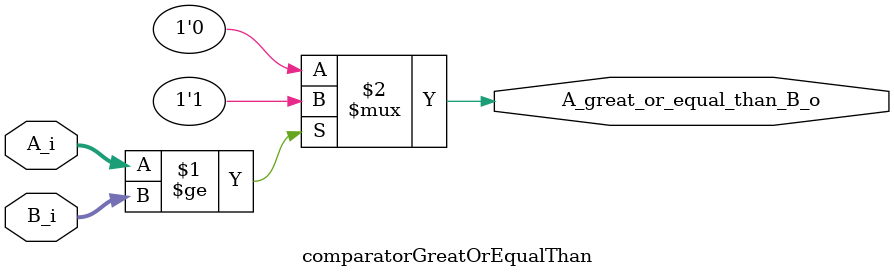
<source format=v>
module comparatorGreatOrEqualThan
#(
   parameter DATA_WIDTH = 32
)(
	input [DATA_WIDTH-1:0]  A_i,
	input [DATA_WIDTH-1:0]  B_i, 
	output                  A_great_or_equal_than_B_o
);

assign A_great_or_equal_than_B_o = ( $signed(A_i) >= $signed(B_i) ) ? 1'b1 :  1'b0;

endmodule

</source>
